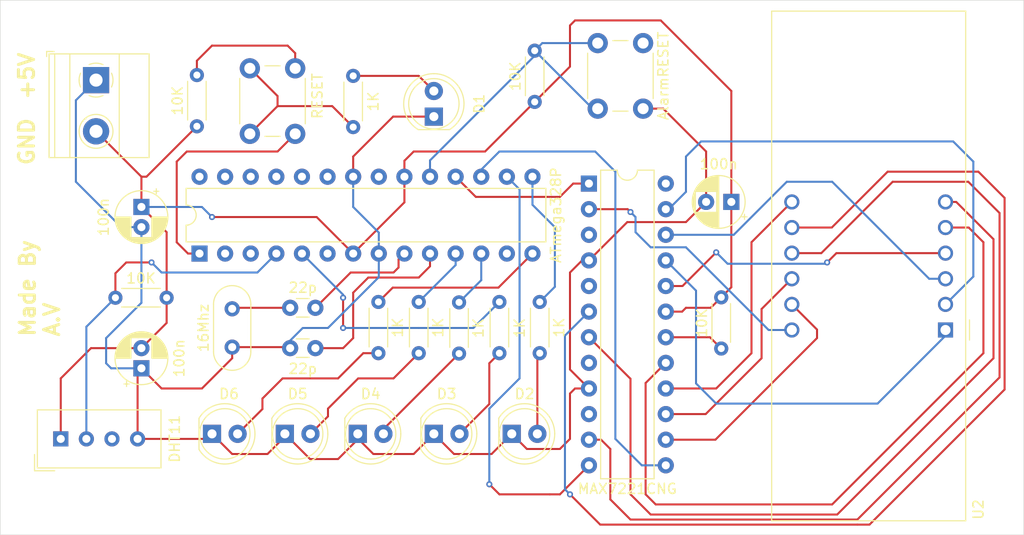
<source format=kicad_pcb>
(kicad_pcb (version 20240108) (generator "pcbnew") (generator_version "8.0")
  (layers (0 "F.Cu" signal) (31 "B.Cu" signal) (34 "B.Paste" user) (35 "F.Paste" user) (36 "B.SilkS" user "B.Silkscreen") (37 "F.SilkS" user "F.Silkscreen") (38 "B.Mask" user) (39 "F.Mask" user) (44 "Edge.Cuts" user))
  (net 0 "")
  (net 2 "Net-(D1-A)")
  (net 7 "RESET")
  (net 11 "Net-(R3-Pad2)")
  (net 15 "GND")
  (net 16 "+5V")
  (net 17 "Net-(U3-ISET)")
  (net 20 "Net-(16Mhz1-Pad2)")
  (net 24 "XTAL2")
  (net 25 "XTAL1")
  (net 26 "LOAD")
  (net 27 "CLK")
  (net 28 "DATA")
  (net 29 "DHT DATA")
  (net 31 "Net-(D2-A)")
  (net 32 "Net-(D3-A)")
  (net 33 "Net-(D4-A)")
  (net 34 "Net-(D5-A)")
  (net 35 "Net-(D6-A)")
  (net 36 "LED1")
  (net 37 "LED2")
  (net 38 "LED3")
  (net 39 "LED4")
  (net 40 "AlarmLED")
  (net 41 "ACK")
  (net 42 "Net-(U2-DPX)")
  (net 43 "Net-(U2-CC3)")
  (net 44 "Net-(U2-a)")
  (net 45 "Net-(U2-CC2)")
  (net 46 "Net-(U2-b)")
  (net 47 "Net-(U2-f)")
  (net 48 "Net-(U2-e)")
  (net 49 "Net-(U2-g)")
  (net 50 "Net-(U2-c)")
  (net 51 "Net-(U2-CC1)")
  (net 52 "Net-(U2-d)")
  (net 53 "Net-(U2-CC4)")
  (footprint "Package_DIP:DIP-28_W7.62mm" (layer "F.Cu") (at 50.26 112.62 90)
    (property "Reference" "U1" (hide yes))
    (property "Value" "ATmega328P" (at 3.81 35.35 90) (layer "F.SilkS"))
    (pad "1" thru_hole rect (at 0 0 90) (size 1.6 1.6) (drill 0.8) (layers "*.Cu" "*.Mask") (net 7 "RESET"))
    (pad "2" thru_hole oval (at 0 2.54 90) (size 1.6 1.6) (drill 0.8) (layers "*.Cu" "*.Mask"))
    (pad "3" thru_hole oval (at 0 5.08 90) (size 1.6 1.6) (drill 0.8) (layers "*.Cu" "*.Mask"))
    (pad "4" thru_hole oval (at 0 7.62 90) (size 1.6 1.6) (drill 0.8) (layers "*.Cu" "*.Mask") (net 29 "DHT DATA"))
    (pad "5" thru_hole oval (at 0 10.16 90) (size 1.6 1.6) (drill 0.8) (layers "*.Cu" "*.Mask") (net 37 "LED2"))
    (pad "6" thru_hole oval (at 0 12.7 90) (size 1.6 1.6) (drill 0.8) (layers "*.Cu" "*.Mask"))
    (pad "7" thru_hole oval (at 0 15.24 90) (size 1.6 1.6) (drill 0.8) (layers "*.Cu" "*.Mask") (net 16 "+5V"))
    (pad "8" thru_hole oval (at 0 17.78 90) (size 1.6 1.6) (drill 0.8) (layers "*.Cu" "*.Mask") (net 15 "GND"))
    (pad "9" thru_hole oval (at 0 20.32 90) (size 1.6 1.6) (drill 0.8) (layers "*.Cu" "*.Mask") (net 25 "XTAL1"))
    (pad "10" thru_hole oval (at 0 22.86 90) (size 1.6 1.6) (drill 0.8) (layers "*.Cu" "*.Mask") (net 24 "XTAL2"))
    (pad "11" thru_hole oval (at 0 25.4 90) (size 1.6 1.6) (drill 0.8) (layers "*.Cu" "*.Mask") (net 39 "LED4"))
    (pad "12" thru_hole oval (at 0 27.94 90) (size 1.6 1.6) (drill 0.8) (layers "*.Cu" "*.Mask") (net 38 "LED3"))
    (pad "13" thru_hole oval (at 0 30.48 90) (size 1.6 1.6) (drill 0.8) (layers "*.Cu" "*.Mask"))
    (pad "14" thru_hole oval (at 0 33.02 90) (size 1.6 1.6) (drill 0.8) (layers "*.Cu" "*.Mask") (net 40 "AlarmLED"))
    (pad "15" thru_hole oval (at 7.62 33.02 90) (size 1.6 1.6) (drill 0.8) (layers "*.Cu" "*.Mask") (net 36 "LED1"))
    (pad "16" thru_hole oval (at 7.62 30.48 90) (size 1.6 1.6) (drill 0.8) (layers "*.Cu" "*.Mask") (net 26 "LOAD"))
    (pad "17" thru_hole oval (at 7.62 27.94 90) (size 1.6 1.6) (drill 0.8) (layers "*.Cu" "*.Mask") (net 27 "CLK"))
    (pad "18" thru_hole oval (at 7.62 25.4 90) (size 1.6 1.6) (drill 0.8) (layers "*.Cu" "*.Mask") (net 28 "DATA"))
    (pad "19" thru_hole oval (at 7.62 22.86 90) (size 1.6 1.6) (drill 0.8) (layers "*.Cu" "*.Mask") (net 41 "ACK"))
    (pad "20" thru_hole oval (at 7.62 20.32 90) (size 1.6 1.6) (drill 0.8) (layers "*.Cu" "*.Mask") (net 16 "+5V"))
    (pad "21" thru_hole oval (at 7.62 17.78 90) (size 1.6 1.6) (drill 0.8) (layers "*.Cu" "*.Mask"))
    (pad "22" thru_hole oval (at 7.62 15.24 90) (size 1.6 1.6) (drill 0.8) (layers "*.Cu" "*.Mask") (net 15 "GND"))
    (pad "23" thru_hole oval (at 7.62 12.7 90) (size 1.6 1.6) (drill 0.8) (layers "*.Cu" "*.Mask"))
    (pad "24" thru_hole oval (at 7.62 10.16 90) (size 1.6 1.6) (drill 0.8) (layers "*.Cu" "*.Mask"))
    (pad "25" thru_hole oval (at 7.62 7.62 90) (size 1.6 1.6) (drill 0.8) (layers "*.Cu" "*.Mask"))
    (pad "26" thru_hole oval (at 7.62 5.08 90) (size 1.6 1.6) (drill 0.8) (layers "*.Cu" "*.Mask"))
    (pad "27" thru_hole oval (at 7.62 2.54 90) (size 1.6 1.6) (drill 0.8) (layers "*.Cu" "*.Mask"))
    (pad "28" thru_hole oval (at 7.62 0 90) (size 1.6 1.6) (drill 0.8) (layers "*.Cu" "*.Mask"))
  )
  (footprint "Button_Switch_THT:SW_PUSH_6mm" (layer "F.Cu") (at 94.25 91.75 -90)
    (property "Reference" "AlarmRESET" (at 3.25 -2 90) (layer "F.SilkS"))
    (property "Value" "SW_Push")
    (pad "1" thru_hole circle (at 0 0) (size 2 2) (drill 1.1) (layers "*.Cu" "*.Mask") (net 15 "GND"))
    (pad "1" thru_hole circle (at 6.5 0) (size 2 2) (drill 1.1) (layers "*.Cu" "*.Mask") (net 15 "GND"))
    (pad "2" thru_hole circle (at 0 4.5) (size 2 2) (drill 1.1) (layers "*.Cu" "*.Mask") (net 41 "ACK"))
    (pad "2" thru_hole circle (at 6.5 4.5) (size 2 2) (drill 1.1) (layers "*.Cu" "*.Mask") (net 41 "ACK"))
  )
  (footprint "LED_THT:LED_D5.0mm_IRGrey" (layer "F.Cu") (at 81.225 130.5)
    (property "Reference" "D2" (at 1.27 -3.96 360) (layer "F.SilkS"))
    (property "Value" "LD271")
    (pad "1" thru_hole rect (at 0 0) (size 1.8 1.8) (drill 0.9) (layers "*.Cu" "*.Mask") (net 15 "GND"))
    (pad "2" thru_hole circle (at 2.54 0) (size 1.8 1.8) (drill 0.9) (layers "*.Cu" "*.Mask") (net 31 "Net-(D2-A)"))
  )
  (footprint "LED_THT:LED_D5.0mm_IRGrey" (layer "F.Cu") (at 73.5 99.04 90)
    (property "Reference" "D1" (at 1.27 4.5 90) (layer "F.SilkS"))
    (property "Value" "LD271" (hide yes))
    (pad "1" thru_hole rect (at 0 0 90) (size 1.8 1.8) (drill 0.9) (layers "*.Cu" "*.Mask") (net 15 "GND"))
    (pad "2" thru_hole circle (at 2.54 0 90) (size 1.8 1.8) (drill 0.9) (layers "*.Cu" "*.Mask") (net 2 "Net-(D1-A)"))
  )
  (footprint "Capacitor_THT:CP_Radial_D5.0mm_P2.50mm" (layer "F.Cu") (at 103 107.5 180)
    (property "Reference" "C5" (hide yes))
    (property "Value" "100n" (at 1.25 3.75 360) (layer "F.SilkS"))
    (pad "1" thru_hole rect (at 0 0 180) (size 1.6 1.6) (drill 0.8) (layers "*.Cu" "*.Mask") (net 16 "+5V"))
    (pad "2" thru_hole circle (at 2.5 0 180) (size 1.6 1.6) (drill 0.8) (layers "*.Cu" "*.Mask") (net 15 "GND"))
  )
  (footprint "Capacitor_THT:C_Disc_D3.0mm_W1.6mm_P2.50mm" (layer "F.Cu") (at 59.25 122)
    (property "Reference" "C1" (hide yes))
    (property "Value" "22p" (at 1.25 2.05 360) (layer "F.SilkS"))
    (pad "1" thru_hole circle (at 0 0) (size 1.6 1.6) (drill 0.8) (layers "*.Cu" "*.Mask") (net 15 "GND"))
    (pad "2" thru_hole circle (at 2.5 0) (size 1.6 1.6) (drill 0.8) (layers "*.Cu" "*.Mask") (net 24 "XTAL2"))
  )
  (footprint "Resistor_THT:R_Axial_DIN0204_L3.6mm_D1.6mm_P5.08mm_Horizontal" (layer "F.Cu") (at 50 94.92 -90)
    (property "Reference" "R2" (hide yes))
    (property "Value" "10K" (at 2.54 1.92 90) (layer "F.SilkS"))
    (pad "1" thru_hole circle (at 0 0 270) (size 1.4 1.4) (drill 0.7) (layers "*.Cu" "*.Mask") (net 7 "RESET"))
    (pad "2" thru_hole oval (at 5.08 0 270) (size 1.4 1.4) (drill 0.7) (layers "*.Cu" "*.Mask") (net 16 "+5V"))
  )
  (footprint "Crystal:Crystal_HC52-U_Vertical" (layer "F.Cu") (at 53.5 121.9 90)
    (property "Reference" "16Mhz" (at 1.9 -2.85 90) (layer "F.SilkS"))
    (property "Value" "16Mhz" (hide yes))
    (pad "1" thru_hole circle (at 0 0 90) (size 1.5 1.5) (drill 0.8) (layers "*.Cu" "*.Mask") (net 15 "GND"))
    (pad "2" thru_hole circle (at 3.8 0 90) (size 1.5 1.5) (drill 0.8) (layers "*.Cu" "*.Mask") (net 20 "Net-(16Mhz1-Pad2)"))
  )
  (footprint "Resistor_THT:R_Axial_DIN0204_L3.6mm_D1.6mm_P5.08mm_Horizontal" (layer "F.Cu") (at 80 122.5 90)
    (property "Reference" "R6" (hide yes))
    (property "Value" "1K" (at 2.5 2 90) (layer "F.SilkS"))
    (pad "1" thru_hole circle (at 0 0 90) (size 1.4 1.4) (drill 0.7) (layers "*.Cu" "*.Mask") (net 32 "Net-(D3-A)"))
    (pad "2" thru_hole oval (at 5.08 0 90) (size 1.4 1.4) (drill 0.7) (layers "*.Cu" "*.Mask") (net 37 "LED2"))
  )
  (footprint "Resistor_THT:R_Axial_DIN0204_L3.6mm_D1.6mm_P5.08mm_Horizontal" (layer "F.Cu") (at 65.5 95 -90)
    (property "Reference" "R3" (hide yes))
    (property "Value" "1K" (at 2.54 -2 90) (layer "F.SilkS"))
    (pad "1" thru_hole circle (at 0 0 270) (size 1.4 1.4) (drill 0.7) (layers "*.Cu" "*.Mask") (net 2 "Net-(D1-A)"))
    (pad "2" thru_hole oval (at 5.08 0 270) (size 1.4 1.4) (drill 0.7) (layers "*.Cu" "*.Mask") (net 11 "Net-(R3-Pad2)"))
  )
  (footprint "Display_7Segment:CA56-12SURKWA" (layer "F.Cu") (at 124.24 120.2 180)
    (property "Reference" "U2" (at -3.26 -17.8 90) (layer "F.SilkS"))
    (property "Value" "CC56-12SURKWA" (hide yes))
    (pad "1" thru_hole rect (at 0 0 180) (size 1.5 1.5) (drill 1) (layers "*.Cu" "*.Mask") (net 48 "Net-(U2-e)"))
    (pad "2" thru_hole circle (at 0 2.54 180) (size 1.5 1.5) (drill 1) (layers "*.Cu" "*.Mask") (net 52 "Net-(U2-d)"))
    (pad "3" thru_hole circle (at 0 5.08 180) (size 1.5 1.5) (drill 1) (layers "*.Cu" "*.Mask") (net 42 "Net-(U2-DPX)"))
    (pad "4" thru_hole circle (at 0 7.62 180) (size 1.5 1.5) (drill 1) (layers "*.Cu" "*.Mask") (net 50 "Net-(U2-c)"))
    (pad "5" thru_hole circle (at 0 10.16 180) (size 1.5 1.5) (drill 1) (layers "*.Cu" "*.Mask") (net 49 "Net-(U2-g)"))
    (pad "6" thru_hole circle (at 0 12.7 180) (size 1.5 1.5) (drill 1) (layers "*.Cu" "*.Mask") (net 53 "Net-(U2-CC4)"))
    (pad "7" thru_hole circle (at 15.24 12.7 180) (size 1.5 1.5) (drill 1) (layers "*.Cu" "*.Mask") (net 46 "Net-(U2-b)"))
    (pad "8" thru_hole circle (at 15.24 10.16 180) (size 1.5 1.5) (drill 1) (layers "*.Cu" "*.Mask") (net 43 "Net-(U2-CC3)"))
    (pad "9" thru_hole circle (at 15.24 7.62 180) (size 1.5 1.5) (drill 1) (layers "*.Cu" "*.Mask") (net 45 "Net-(U2-CC2)"))
    (pad "10" thru_hole circle (at 15.24 5.08 180) (size 1.5 1.5) (drill 1) (layers "*.Cu" "*.Mask") (net 47 "Net-(U2-f)"))
    (pad "11" thru_hole circle (at 15.24 2.54 180) (size 1.5 1.5) (drill 1) (layers "*.Cu" "*.Mask") (net 44 "Net-(U2-a)"))
    (pad "12" thru_hole circle (at 15.24 0 180) (size 1.5 1.5) (drill 1) (layers "*.Cu" "*.Mask") (net 51 "Net-(U2-CC1)"))
  )
  (footprint "LED_THT:LED_D5.0mm_IRGrey" (layer "F.Cu") (at 58.725 130.5)
    (property "Reference" "D5" (at 1.27 -3.96 360) (layer "F.SilkS"))
    (property "Value" "LD271")
    (pad "1" thru_hole rect (at 0 0) (size 1.8 1.8) (drill 0.9) (layers "*.Cu" "*.Mask") (net 15 "GND"))
    (pad "2" thru_hole circle (at 2.54 0) (size 1.8 1.8) (drill 0.9) (layers "*.Cu" "*.Mask") (net 34 "Net-(D5-A)"))
  )
  (footprint "Resistor_THT:R_Axial_DIN0204_L3.6mm_D1.6mm_P5.08mm_Horizontal" (layer "F.Cu") (at 68 122.5 90)
    (property "Reference" "R9" (hide yes))
    (property "Value" "1K" (at 2.54 1.92 90) (layer "F.SilkS"))
    (pad "1" thru_hole circle (at 0 0 90) (size 1.4 1.4) (drill 0.7) (layers "*.Cu" "*.Mask") (net 35 "Net-(D6-A)"))
    (pad "2" thru_hole oval (at 5.08 0 90) (size 1.4 1.4) (drill 0.7) (layers "*.Cu" "*.Mask") (net 40 "AlarmLED"))
  )
  (footprint "LED_THT:LED_D5.0mm_IRGrey" (layer "F.Cu") (at 65.96 130.5)
    (property "Reference" "D4" (at 1.27 -3.96 360) (layer "F.SilkS"))
    (property "Value" "LD271")
    (pad "1" thru_hole rect (at 0 0) (size 1.8 1.8) (drill 0.9) (layers "*.Cu" "*.Mask") (net 15 "GND"))
    (pad "2" thru_hole circle (at 2.54 0) (size 1.8 1.8) (drill 0.9) (layers "*.Cu" "*.Mask") (net 33 "Net-(D4-A)"))
  )
  (footprint "Capacitor_THT:CP_Radial_D5.0mm_P2.00mm" (layer "F.Cu") (at 44.5 124 90)
    (property "Reference" "C3" (hide yes))
    (property "Value" "100n" (at 1 3.75 90) (layer "F.SilkS"))
    (pad "1" thru_hole rect (at 0 0 90) (size 1.6 1.6) (drill 0.8) (layers "*.Cu" "*.Mask") (net 15 "GND"))
    (pad "2" thru_hole circle (at 2 0 90) (size 1.6 1.6) (drill 0.8) (layers "*.Cu" "*.Mask") (net 16 "+5V"))
  )
  (footprint "Capacitor_THT:CP_Radial_D5.0mm_P2.00mm" (layer "F.Cu") (at 44.5 108 -90)
    (property "Reference" "C4" (hide yes))
    (property "Value" "100n" (at 1 3.75 90) (layer "F.SilkS"))
    (pad "1" thru_hole rect (at 0 0 270) (size 1.6 1.6) (drill 0.8) (layers "*.Cu" "*.Mask") (net 16 "+5V"))
    (pad "2" thru_hole circle (at 2 0 270) (size 1.6 1.6) (drill 0.8) (layers "*.Cu" "*.Mask") (net 15 "GND"))
  )
  (footprint "Resistor_THT:R_Axial_DIN0204_L3.6mm_D1.6mm_P5.08mm_Horizontal" (layer "F.Cu") (at 47 117 180)
    (property "Reference" "R4" (hide yes))
    (property "Value" "10K" (at 2.54 1.92 360) (layer "F.SilkS"))
    (pad "1" thru_hole circle (at 0 0 180) (size 1.4 1.4) (drill 0.7) (layers "*.Cu" "*.Mask") (net 16 "+5V"))
    (pad "2" thru_hole oval (at 5.08 0 180) (size 1.4 1.4) (drill 0.7) (layers "*.Cu" "*.Mask") (net 29 "DHT DATA"))
  )
  (footprint "Resistor_THT:R_Axial_DIN0204_L3.6mm_D1.6mm_P5.08mm_Horizontal" (layer "F.Cu") (at 102 116.96 -90)
    (property "Reference" "R1" (hide yes))
    (property "Value" "10K" (at 2.54 1.92 90) (layer "F.SilkS"))
    (pad "1" thru_hole circle (at 0 0 270) (size 1.4 1.4) (drill 0.7) (layers "*.Cu" "*.Mask") (net 16 "+5V"))
    (pad "2" thru_hole oval (at 5.08 0 270) (size 1.4 1.4) (drill 0.7) (layers "*.Cu" "*.Mask") (net 17 "Net-(U3-ISET)"))
  )
  (footprint "Resistor_THT:R_Axial_DIN0204_L3.6mm_D1.6mm_P5.08mm_Horizontal" (layer "F.Cu") (at 72 122.5 90)
    (property "Reference" "R8" (hide yes))
    (property "Value" "1K" (at 2.54 1.92 90) (layer "F.SilkS"))
    (pad "1" thru_hole circle (at 0 0 90) (size 1.4 1.4) (drill 0.7) (layers "*.Cu" "*.Mask") (net 34 "Net-(D5-A)"))
    (pad "2" thru_hole oval (at 5.08 0 90) (size 1.4 1.4) (drill 0.7) (layers "*.Cu" "*.Mask") (net 39 "LED4"))
  )
  (footprint "Sensor:Aosong_DHT11_5.5x12.0_P2.54mm" (layer "F.Cu") (at 36.5 131 90)
    (property "Reference" "U4" (hide yes))
    (property "Value" "DHT11" (at 0 11.3 90) (layer "F.SilkS"))
    (pad "1" thru_hole rect (at 0 0 90) (size 1.5 1.5) (drill 0.8) (layers "*.Cu" "*.Mask") (net 16 "+5V"))
    (pad "2" thru_hole circle (at 0 2.54 90) (size 1.5 1.5) (drill 0.8) (layers "*.Cu" "*.Mask") (net 29 "DHT DATA"))
    (pad "3" thru_hole circle (at 0 5.08 90) (size 1.5 1.5) (drill 0.8) (layers "*.Cu" "*.Mask"))
    (pad "4" thru_hole circle (at 0 7.62 90) (size 1.5 1.5) (drill 0.8) (layers "*.Cu" "*.Mask") (net 15 "GND"))
  )
  (footprint "Resistor_THT:R_Axial_DIN0204_L3.6mm_D1.6mm_P5.08mm_Horizontal" (layer "F.Cu") (at 76 122.54 90)
    (property "Reference" "R7" (hide yes))
    (property "Value" "1K" (at 2.54 1.92 90) (layer "F.SilkS"))
    (pad "1" thru_hole circle (at 0 0 90) (size 1.4 1.4) (drill 0.7) (layers "*.Cu" "*.Mask") (net 33 "Net-(D4-A)"))
    (pad "2" thru_hole oval (at 5.08 0 90) (size 1.4 1.4) (drill 0.7) (layers "*.Cu" "*.Mask") (net 38 "LED3"))
  )
  (footprint "Resistor_THT:R_Axial_DIN0204_L3.6mm_D1.6mm_P5.08mm_Horizontal" (layer "F.Cu") (at 84 122.5 90)
    (property "Reference" "R5" (hide yes))
    (property "Value" "1K" (at 2.54 1.92 90) (layer "F.SilkS"))
    (pad "1" thru_hole circle (at 0 0 90) (size 1.4 1.4) (drill 0.7) (layers "*.Cu" "*.Mask") (net 31 "Net-(D2-A)"))
    (pad "2" thru_hole oval (at 5.08 0 90) (size 1.4 1.4) (drill 0.7) (layers "*.Cu" "*.Mask") (net 36 "LED1"))
  )
  (footprint "TerminalBlock_Phoenix:TerminalBlock_Phoenix_MKDS-1,5-2-5.08_1x02_P5.08mm_Horizontal" (layer "F.Cu") (at 40 95.42 -90)
    (property "Reference" "J1" (hide yes))
    (property "Value" "Screw_Terminal_01x02" (hide yes))
    (pad "1" thru_hole rect (at 0 0 270) (size 2.6 2.6) (drill 1.3) (layers "*.Cu" "*.Mask") (net 15 "GND"))
    (pad "2" thru_hole circle (at 5.08 0 270) (size 2.6 2.6) (drill 1.3) (layers "*.Cu" "*.Mask") (net 16 "+5V"))
  )
  (footprint "LED_THT:LED_D5.0mm_IRGrey" (layer "F.Cu") (at 51.5 130.5)
    (property "Reference" "D6" (at 1.685 -3.96 360) (layer "F.SilkS"))
    (property "Value" "LD271")
    (pad "1" thru_hole rect (at 0 0) (size 1.8 1.8) (drill 0.9) (layers "*.Cu" "*.Mask") (net 15 "GND"))
    (pad "2" thru_hole circle (at 2.54 0) (size 1.8 1.8) (drill 0.9) (layers "*.Cu" "*.Mask") (net 35 "Net-(D6-A)"))
  )
  (footprint "Button_Switch_THT:SW_PUSH_6mm" (layer "F.Cu") (at 55.25 100.75 90)
    (property "Reference" "SW1" (hide yes))
    (property "Value" "RESET" (at 3.75 6.7 90) (layer "F.SilkS"))
    (pad "1" thru_hole circle (at 0 0 180) (size 2 2) (drill 1.1) (layers "*.Cu" "*.Mask") (net 11 "Net-(R3-Pad2)"))
    (pad "1" thru_hole circle (at 6.5 0 180) (size 2 2) (drill 1.1) (layers "*.Cu" "*.Mask") (net 11 "Net-(R3-Pad2)"))
    (pad "2" thru_hole circle (at 0 4.5 180) (size 2 2) (drill 1.1) (layers "*.Cu" "*.Mask") (net 7 "RESET"))
    (pad "2" thru_hole circle (at 6.5 4.5 180) (size 2 2) (drill 1.1) (layers "*.Cu" "*.Mask") (net 7 "RESET"))
  )
  (footprint "Resistor_THT:R_Axial_DIN0204_L3.6mm_D1.6mm_P5.08mm_Horizontal" (layer "F.Cu") (at 83.5 92.5 -90)
    (property "Reference" "R10" (hide yes))
    (property "Value" "10K" (at 2.54 1.92 90) (layer "F.SilkS"))
    (pad "1" thru_hole circle (at 0 0 270) (size 1.4 1.4) (drill 0.7) (layers "*.Cu" "*.Mask") (net 41 "ACK"))
    (pad "2" thru_hole oval (at 5.08 0 270) (size 1.4 1.4) (drill 0.7) (layers "*.Cu" "*.Mask") (net 16 "+5V"))
  )
  (footprint "Package_DIP:DIP-24_W7.62mm" (layer "F.Cu") (at 88.88 105.68)
    (property "Reference" "U3" (hide yes))
    (property "Value" "MAX7221CNG" (at 3.81 30.27 0) (layer "F.SilkS"))
    (pad "1" thru_hole rect (at 0 0) (size 1.6 1.6) (drill 0.8) (layers "*.Cu" "*.Mask") (net 28 "DATA"))
    (pad "2" thru_hole oval (at 0 2.54) (size 1.6 1.6) (drill 0.8) (layers "*.Cu" "*.Mask") (net 51 "Net-(U2-CC1)"))
    (pad "3" thru_hole oval (at 0 5.08) (size 1.6 1.6) (drill 0.8) (layers "*.Cu" "*.Mask"))
    (pad "4" thru_hole oval (at 0 7.62) (size 1.6 1.6) (drill 0.8) (layers "*.Cu" "*.Mask") (net 15 "GND"))
    (pad "5" thru_hole oval (at 0 10.16) (size 1.6 1.6) (drill 0.8) (layers "*.Cu" "*.Mask"))
    (pad "6" thru_hole oval (at 0 12.7) (size 1.6 1.6) (drill 0.8) (layers "*.Cu" "*.Mask") (net 43 "Net-(U2-CC3)"))
    (pad "7" thru_hole oval (at 0 15.24) (size 1.6 1.6) (drill 0.8) (layers "*.Cu" "*.Mask") (net 53 "Net-(U2-CC4)"))
    (pad "8" thru_hole oval (at 0 17.78) (size 1.6 1.6) (drill 0.8) (layers "*.Cu" "*.Mask"))
    (pad "9" thru_hole oval (at 0 20.32) (size 1.6 1.6) (drill 0.8) (layers "*.Cu" "*.Mask") (net 15 "GND"))
    (pad "10" thru_hole oval (at 0 22.86) (size 1.6 1.6) (drill 0.8) (layers "*.Cu" "*.Mask"))
    (pad "11" thru_hole oval (at 0 25.4) (size 1.6 1.6) (drill 0.8) (layers "*.Cu" "*.Mask") (net 45 "Net-(U2-CC2)"))
    (pad "12" thru_hole oval (at 0 27.94) (size 1.6 1.6) (drill 0.8) (layers "*.Cu" "*.Mask") (net 26 "LOAD"))
    (pad "13" thru_hole oval (at 7.62 27.94) (size 1.6 1.6) (drill 0.8) (layers "*.Cu" "*.Mask") (net 27 "CLK"))
    (pad "14" thru_hole oval (at 7.62 25.4) (size 1.6 1.6) (drill 0.8) (layers "*.Cu" "*.Mask") (net 44 "Net-(U2-a)"))
    (pad "15" thru_hole oval (at 7.62 22.86) (size 1.6 1.6) (drill 0.8) (layers "*.Cu" "*.Mask") (net 47 "Net-(U2-f)"))
    (pad "16" thru_hole oval (at 7.62 20.32) (size 1.6 1.6) (drill 0.8) (layers "*.Cu" "*.Mask") (net 46 "Net-(U2-b)"))
    (pad "17" thru_hole oval (at 7.62 17.78) (size 1.6 1.6) (drill 0.8) (layers "*.Cu" "*.Mask") (net 49 "Net-(U2-g)"))
    (pad "18" thru_hole oval (at 7.62 15.24) (size 1.6 1.6) (drill 0.8) (layers "*.Cu" "*.Mask") (net 17 "Net-(U3-ISET)"))
    (pad "19" thru_hole oval (at 7.62 12.7) (size 1.6 1.6) (drill 0.8) (layers "*.Cu" "*.Mask") (net 16 "+5V"))
    (pad "20" thru_hole oval (at 7.62 10.16) (size 1.6 1.6) (drill 0.8) (layers "*.Cu" "*.Mask") (net 50 "Net-(U2-c)"))
    (pad "21" thru_hole oval (at 7.62 7.62) (size 1.6 1.6) (drill 0.8) (layers "*.Cu" "*.Mask") (net 48 "Net-(U2-e)"))
    (pad "22" thru_hole oval (at 7.62 5.08) (size 1.6 1.6) (drill 0.8) (layers "*.Cu" "*.Mask") (net 42 "Net-(U2-DPX)"))
    (pad "23" thru_hole oval (at 7.62 2.54) (size 1.6 1.6) (drill 0.8) (layers "*.Cu" "*.Mask") (net 52 "Net-(U2-d)"))
    (pad "24" thru_hole oval (at 7.62 0) (size 1.6 1.6) (drill 0.8) (layers "*.Cu" "*.Mask"))
  )
  (footprint "LED_THT:LED_D5.0mm_IRGrey" (layer "F.Cu") (at 73.5 130.5)
    (property "Reference" "D3" (at 1.27 -3.96 360) (layer "F.SilkS"))
    (property "Value" "LD271")
    (pad "1" thru_hole rect (at 0 0) (size 1.8 1.8) (drill 0.9) (layers "*.Cu" "*.Mask") (net 15 "GND"))
    (pad "2" thru_hole circle (at 2.54 0) (size 1.8 1.8) (drill 0.9) (layers "*.Cu" "*.Mask") (net 32 "Net-(D3-A)"))
  )
  (footprint "Capacitor_THT:C_Disc_D3.0mm_W1.6mm_P2.50mm" (layer "F.Cu") (at 61.75 118 180)
    (property "Reference" "C2" (hide yes))
    (property "Value" "22p" (at 1.25 2 360) (layer "F.SilkS"))
    (pad "1" thru_hole circle (at 0 0 180) (size 1.6 1.6) (drill 0.8) (layers "*.Cu" "*.Mask") (net 25 "XTAL1"))
    (pad "2" thru_hole circle (at 2.5 0 180) (size 1.6 1.6) (drill 0.8) (layers "*.Cu" "*.Mask") (net 20 "Net-(16Mhz1-Pad2)"))
  )
  (gr_rect (start 30.5 87.5) (end 132 140.5) (stroke (width 0.05)) (fill none) (layer "Edge.Cuts"))
  (gr_text "GND" (at 34 104 90) (layer "F.SilkS") (effects (font (size 1.5 1.5) (thickness 0.3) (bold yes)) (justify left bottom)))
  (gr_text "+5V\n" (at 34 97.5 90) (layer "F.SilkS") (effects (font (size 1.5 1.5) (thickness 0.3) (bold yes)) (justify left bottom)))
  (gr_text "Made By\nA.V\n" (at 36.5 121 90) (layer "F.SilkS") (effects (font (size 1.5 1.5) (thickness 0.3) (bold yes)) (justify left bottom)))
  (segment (start 65.5 95) (end 72 95) (width 0.2) (layer "F.Cu") (net 2))
  (segment (start 72 95) (end 73.5 96.5) (width 0.2) (layer "F.Cu") (net 2))
  (segment (start 58 102.5) (end 59.75 100.75) (width 0.2) (layer "F.Cu") (net 7))
  (segment (start 50.26 112.62) (end 49.12 112.62) (width 0.2) (layer "F.Cu") (net 7))
  (segment (start 59.75 92.75) (end 59.75 94.25) (width 0.2) (layer "F.Cu") (net 7))
  (segment (start 50 93.5) (end 51.5 92) (width 0.2) (layer "F.Cu") (net 7))
  (segment (start 51.5 92) (end 59 92) (width 0.2) (layer "F.Cu") (net 7))
  (segment (start 50 94.92) (end 50 93.5) (width 0.2) (layer "F.Cu") (net 7))
  (segment (start 59 92) (end 59.75 92.75) (width 0.2) (layer "F.Cu") (net 7))
  (segment (start 49.12 112.62) (end 48 111.5) (width 0.2) (layer "F.Cu") (net 7))
  (segment (start 48 103.5) (end 49 102.5) (width 0.2) (layer "F.Cu") (net 7))
  (segment (start 49 102.5) (end 58 102.5) (width 0.2) (layer "F.Cu") (net 7))
  (segment (start 48 111.5) (end 48 103.5) (width 0.2) (layer "F.Cu") (net 7))
  (segment (start 58 98) (end 55.25 100.75) (width 0.2) (layer "F.Cu") (net 11))
  (segment (start 63.42 98) (end 58 98) (width 0.2) (layer "F.Cu") (net 11))
  (segment (start 58 98) (end 58 97) (width 0.2) (layer "F.Cu") (net 11))
  (segment (start 65.5 100.08) (end 63.42 98) (width 0.2) (layer "F.Cu") (net 11))
  (segment (start 58 97) (end 55.25 94.25) (width 0.2) (layer "F.Cu") (net 11))
  (segment (start 92.68 109.5) (end 88.88 113.3) (width 0.2) (layer "F.Cu") (net 15))
  (segment (start 71.5 132.5) (end 67.5 132.5) (width 0.2) (layer "F.Cu") (net 15))
  (segment (start 87 124.12) (end 87 114.5) (width 0.2) (layer "F.Cu") (net 15))
  (segment (start 82.725 132) (end 86 132) (width 0.2) (layer "F.Cu") (net 15))
  (segment (start 44.12 131) (end 44.12 124.38) (width 0.2) (layer "F.Cu") (net 15))
  (segment (start 75.5 132.5) (end 73.5 130.5) (width 0.2) (layer "F.Cu") (net 15))
  (segment (start 50.5 126) (end 46.5 126) (width 0.2) (layer "F.Cu") (net 15))
  (segment (start 67.5 132.5) (end 65.96 130.96) (width 0.2) (layer "F.Cu") (net 15))
  (segment (start 53.5 121.9) (end 59.15 121.9) (width 0.2) (layer "F.Cu") (net 15))
  (segment (start 87.5 126) (end 88.88 126) (width 0.2) (layer "F.Cu") (net 15))
  (segment (start 87 114.5) (end 88.2 113.3) (width 0.2) (layer "F.Cu") (net 15))
  (segment (start 65.5 105) (end 65.5 103) (width 0.2) (layer "F.Cu") (net 15))
  (segment (start 58.725 130.5) (end 58.725 130.775) (width 0.2) (layer "F.Cu") (net 15))
  (segment (start 58.725 130.775) (end 57 132.5) (width 0.2) (layer "F.Cu") (net 15))
  (segment (start 53.5 123) (end 50.5 126) (width 0.2) (layer "F.Cu") (net 15))
  (segment (start 65.96 131.04) (end 64 133) (width 0.2) (layer "F.Cu") (net 15))
  (segment (start 65.96 130.96) (end 65.96 130.5) (width 0.2) (layer "F.Cu") (net 15))
  (segment (start 100.5 107.5) (end 100.5 102.5) (width 0.2) (layer "F.Cu") (net 15))
  (segment (start 87 126.5) (end 87.5 126) (width 0.2) (layer "F.Cu") (net 15))
  (segment (start 81.225 130.5) (end 82.725 132) (width 0.2) (layer "F.Cu") (net 15))
  (segment (start 69.46 99.04) (end 73.5 99.04) (width 0.2) (layer "F.Cu") (net 15))
  (segment (start 44.12 131) (end 51 131) (width 0.2) (layer "F.Cu") (net 15))
  (segment (start 73.5 130.5) (end 71.5 132.5) (width 0.2) (layer "F.Cu") (net 15))
  (segment (start 59.15 121.9) (end 59.25 122) (width 0.2) (layer "F.Cu") (net 15))
  (segment (start 87 131) (end 87 126.5) (width 0.2) (layer "F.Cu") (net 15))
  (segment (start 46.5 126) (end 44.5 124) (width 0.2) (layer "F.Cu") (net 15))
  (segment (start 100.5 107.5) (end 98.5 109.5) (width 0.2) (layer "F.Cu") (net 15))
  (segment (start 88.2 113.3) (end 88.88 113.3) (width 0.2) (layer "F.Cu") (net 15))
  (segment (start 61.225 133) (end 58.725 130.5) (width 0.2) (layer "F.Cu") (net 15))
  (segment (start 53.5 132.5) (end 51.5 130.5) (width 0.2) (layer "F.Cu") (net 15))
  (segment (start 64 133) (end 61.225 133) (width 0.2) (layer "F.Cu") (net 15))
  (segment (start 98.5 109.5) (end 92.68 109.5) (width 0.2) (layer "F.Cu") (net 15))
  (segment (start 65.5 103) (end 69.46 99.04) (width 0.2) (layer "F.Cu") (net 15))
  (segment (start 65.96 130.5) (end 65.96 131.04) (width 0.2) (layer "F.Cu") (net 15))
  (segment (start 53.5 121.9) (end 53.5 123) (width 0.2) (layer "F.Cu") (net 15))
  (segment (start 44.12 124.38) (end 44.5 124) (width 0.2) (layer "F.Cu") (net 15))
  (segment (start 86 132) (end 87 131) (width 0.2) (layer "F.Cu") (net 15))
  (segment (start 88.88 126) (end 87 124.12) (width 0.2) (layer "F.Cu") (net 15))
  (segment (start 57 132.5) (end 53.5 132.5) (width 0.2) (layer "F.Cu") (net 15))
  (segment (start 81.225 130.5) (end 79.225 132.5) (width 0.2) (layer "F.Cu") (net 15))
  (segment (start 96.25 98.25) (end 94.25 98.25) (width 0.2) (layer "F.Cu") (net 15))
  (segment (start 100.5 102.5) (end 96.25 98.25) (width 0.2) (layer "F.Cu") (net 15))
  (segment (start 79.225 132.5) (end 75.5 132.5) (width 0.2) (layer "F.Cu") (net 15))
  (segment (start 51 131) (end 51.5 130.5) (width 0.2) (layer "F.Cu") (net 15))
  (segment (start 63 120) (end 60.5 120) (width 0.2) (layer "B.Cu") (net 15))
  (segment (start 60.5 120) (end 59.25 121.25) (width 0.2) (layer "B.Cu") (net 15))
  (segment (start 41.5 124) (end 44.5 124) (width 0.2) (layer "B.Cu") (net 15))
  (segment (start 44.5 117.5) (end 41 121) (width 0.2) (layer "B.Cu") (net 15))
  (segment (start 59.25 121.25) (end 59.25 122) (width 0.2) (layer "B.Cu") (net 15))
  (segment (start 42.5 110) (end 44.5 110) (width 0.2) (layer "B.Cu") (net 15))
  (segment (start 65.5 108) (end 68.04 110.54) (width 0.2) (layer "B.Cu") (net 15))
  (segment (start 41 121) (end 41 123.5) (width 0.2) (layer "B.Cu") (net 15))
  (segment (start 65.5 105) (end 65.5 108) (width 0.2) (layer "B.Cu") (net 15))
  (segment (start 68.04 114.96) (end 63 120) (width 0.2) (layer "B.Cu") (net 15))
  (segment (start 41 123.5) (end 41.5 124) (width 0.2) (layer "B.Cu") (net 15))
  (segment (start 44.5 110) (end 44.5 117.5) (width 0.2) (layer "B.Cu") (net 15))
  (segment (start 68.04 112.62) (end 68.04 114.96) (width 0.2) (layer "B.Cu") (net 15))
  (segment (start 38 97.42) (end 38 105.5) (width 0.2) (layer "B.Cu") (net 15))
  (segment (start 38 105.5) (end 42.5 110) (width 0.2) (layer "B.Cu") (net 15))
  (segment (start 40 95.42) (end 38 97.42) (width 0.2) (layer "B.Cu") (net 15))
  (segment (start 68.04 110.54) (end 68.04 112.62) (width 0.2) (layer "B.Cu") (net 15))
  (segment (start 47 119.5) (end 44.5 122) (width 0.2) (layer "F.Cu") (net 16))
  (segment (start 47 117) (end 47 110.5) (width 0.2) (layer "F.Cu") (net 16))
  (segment (start 70.58 105) (end 70.58 107.54) (width 0.2) (layer "F.Cu") (net 16))
  (segment (start 87 90) (end 87 94.08) (width 0.2) (layer "F.Cu") (net 16))
  (segment (start 83.5 97.58) (end 78.58 102.5) (width 0.2) (layer "F.Cu") (net 16))
  (segment (start 103 107.5) (end 103 96.5) (width 0.2) (layer "F.Cu") (net 16))
  (segment (start 71.5 102.5) (end 70.58 103.42) (width 0.2) (layer "F.Cu") (net 16))
  (segment (start 44.5 105) (end 44.5 108) (width 0.2) (layer "F.Cu") (net 16))
  (segment (start 98.5 118) (end 98.12 118.38) (width 0.2) (layer "F.Cu") (net 16))
  (segment (start 78.58 102.5) (end 71.5 102.5) (width 0.2) (layer "F.Cu") (net 16))
  (segment (start 61.88 109) (end 51.5 109) (width 0.2) (layer "F.Cu") (net 16))
  (segment (start 36.5 131) (end 36.5 125) (width 0.2) (layer "F.Cu") (net 16))
  (segment (start 45 105) (end 50 100) (width 0.2) (layer "F.Cu") (net 16))
  (segment (start 96 89.5) (end 87.5 89.5) (width 0.2) (layer "F.Cu") (net 16))
  (segment (start 39.5 122) (end 44.5 122) (width 0.2) (layer "F.Cu") (net 16))
  (segment (start 103 115.96) (end 103 107.5) (width 0.2) (layer "F.Cu") (net 16))
  (segment (start 98.12 118.38) (end 96.5 118.38) (width 0.2) (layer "F.Cu") (net 16))
  (segment (start 102 116.96) (end 100.96 118) (width 0.2) (layer "F.Cu") (net 16))
  (segment (start 40 100.5) (end 44.5 105) (width 0.2) (layer "F.Cu") (net 16))
  (segment (start 100.96 118) (end 98.5 118) (width 0.2) (layer "F.Cu") (net 16))
  (segment (start 47 117) (end 47 119.5) (width 0.2) (layer "F.Cu") (net 16))
  (segment (start 87 94.08) (end 83.5 97.58) (width 0.2) (layer "F.Cu") (net 16))
  (segment (start 65.5 112.62) (end 61.88 109) (width 0.2) (layer "F.Cu") (net 16))
  (segment (start 87.5 89.5) (end 87 90) (width 0.2) (layer "F.Cu") (net 16))
  (segment (start 47 110.5) (end 44.5 108) (width 0.2) (layer "F.Cu") (net 16))
  (segment (start 103 96.5) (end 96 89.5) (width 0.2) (layer "F.Cu") (net 16))
  (segment (start 44.5 105) (end 45 105) (width 0.2) (layer "F.Cu") (net 16))
  (segment (start 36.5 125) (end 39.5 122) (width 0.2) (layer "F.Cu") (net 16))
  (segment (start 70.58 107.54) (end 65.5 112.62) (width 0.2) (layer "F.Cu") (net 16))
  (segment (start 102 116.96) (end 103 115.96) (width 0.2) (layer "F.Cu") (net 16))
  (segment (start 70.58 103.42) (end 70.58 105) (width 0.2) (layer "F.Cu") (net 16))
  (via (at 51.5 109) (size 0.6) (drill 0.3) (layers "F.Cu" "B.Cu") (net 16))
  (segment (start 50.5 108) (end 44.5 108) (width 0.2) (layer "B.Cu") (net 16))
  (segment (start 51.5 109) (end 50.5 108) (width 0.2) (layer "B.Cu") (net 16))
  (segment (start 102 122.04) (end 100.88 120.92) (width 0.2) (layer "F.Cu") (net 17))
  (segment (start 100.88 120.92) (end 96.5 120.92) (width 0.2) (layer "F.Cu") (net 17))
  (segment (start 53.6 118) (end 53.5 118.1) (width 0.2) (layer "F.Cu") (net 20))
  (segment (start 59.25 118) (end 53.6 118) (width 0.2) (layer "F.Cu") (net 20))
  (segment (start 73.12 113.88) (end 73.12 112.62) (width 0.2) (layer "F.Cu") (net 24))
  (segment (start 65.5 116.5) (end 67 115) (width 0.2) (layer "F.Cu") (net 24))
  (segment (start 61.75 122) (end 64.5 122) (width 0.2) (layer "F.Cu") (net 24))
  (segment (start 67 115) (end 72 115) (width 0.2) (layer "F.Cu") (net 24))
  (segment (start 72 115) (end 73.12 113.88) (width 0.2) (layer "F.Cu") (net 24))
  (segment (start 65.5 121) (end 65.5 116.5) (width 0.2) (layer "F.Cu") (net 24))
  (segment (start 64.5 122) (end 65.5 121) (width 0.2) (layer "F.Cu") (net 24))
  (segment (start 70 113.2) (end 70.58 112.62) (width 0.2) (layer "F.Cu") (net 25))
  (segment (start 61.75 118) (end 65.25 114.5) (width 0.2) (layer "F.Cu") (net 25))
  (segment (start 70 114) (end 70 113.2) (width 0.2) (layer "F.Cu") (net 25))
  (segment (start 65.25 114.5) (end 69.5 114.5) (width 0.2) (layer "F.Cu") (net 25))
  (segment (start 69.5 114.5) (end 70 114) (width 0.2) (layer "F.Cu") (net 25))
  (segment (start 85 136.5) (end 80 136.5) (width 0.2) (layer "F.Cu") (net 26))
  (segment (start 88.88 133.62) (end 86 136.5) (width 0.2) (layer "F.Cu") (net 26))
  (segment (start 80 136.5) (end 79 135.5) (width 0.2) (layer "F.Cu") (net 26))
  (segment (start 88.88 133.62) (end 88.62 133.62) (width 0.2) (layer "F.Cu") (net 26))
  (segment (start 88.62 133.62) (end 88.5 133.5) (width 0.2) (layer "F.Cu") (net 26))
  (segment (start 86 136.5) (end 85 136.5) (width 0.2) (layer "F.Cu") (net 26))
  (via (at 79 135.5) (size 0.6) (drill 0.3) (layers "F.Cu" "B.Cu") (net 26))
  (segment (start 82 106.26) (end 80.74 105) (width 0.2) (layer "B.Cu") (net 26))
  (segment (start 79 135.5) (end 79 128) (width 0.2) (layer "B.Cu") (net 26))
  (segment (start 82 125) (end 82 106.26) (width 0.2) (layer "B.Cu") (net 26))
  (segment (start 79 128) (end 82 125) (width 0.2) (layer "B.Cu") (net 26))
  (segment (start 91.5 131) (end 91.5 104.5) (width 0.2) (layer "B.Cu") (net 27))
  (segment (start 80 102.5) (end 78.2 104.3) (width 0.2) (layer "B.Cu") (net 27))
  (segment (start 78.2 104.3) (end 78.2 105) (width 0.2) (layer "B.Cu") (net 27))
  (segment (start 96.5 133.62) (end 94.12 133.62) (width 0.2) (layer "B.Cu") (net 27))
  (segment (start 91.5 104.5) (end 89.5 102.5) (width 0.2) (layer "B.Cu") (net 27))
  (segment (start 89.5 102.5) (end 80 102.5) (width 0.2) (layer "B.Cu") (net 27))
  (segment (start 94.12 133.62) (end 91.5 131) (width 0.2) (layer "B.Cu") (net 27))
  (segment (start 87.32 105.68) (end 86 107) (width 0.2) (layer "F.Cu") (net 28))
  (segment (start 88.88 105.68) (end 87.32 105.68) (width 0.2) (layer "F.Cu") (net 28))
  (segment (start 86 107) (end 77.66 107) (width 0.2) (layer "F.Cu") (net 28))
  (segment (start 77.66 107) (end 75.66 105) (width 0.2) (layer "F.Cu") (net 28))
  (segment (start 41.92 117) (end 41.92 114.58) (width 0.2) (layer "F.Cu") (net 29))
  (segment (start 43 113.5) (end 45.5 113.5) (width 0.2) (layer "F.Cu") (net 29))
  (segment (start 41.92 114.58) (end 43 113.5) (width 0.2) (layer "F.Cu") (net 29))
  (via (at 45.5 113.5) (size 0.6) (drill 0.3) (layers "F.Cu" "B.Cu") (net 29))
  (segment (start 39.04 131) (end 39.04 119.88) (width 0.2) (layer "B.Cu") (net 29))
  (segment (start 46.5 114.5) (end 56 114.5) (width 0.2) (layer "B.Cu") (net 29))
  (segment (start 39.04 119.88) (end 41.92 117) (width 0.2) (layer "B.Cu") (net 29))
  (segment (start 56 114.5) (end 57.88 112.62) (width 0.2) (layer "B.Cu") (net 29))
  (segment (start 45.5 113.5) (end 46.5 114.5) (width 0.2) (layer "B.Cu") (net 29))
  (segment (start 83.765 130.5) (end 83.765 122.735) (width 0.2) (layer "F.Cu") (net 31))
  (segment (start 83.765 122.735) (end 84 122.5) (width 0.2) (layer "F.Cu") (net 31))
  (segment (start 76.04 130.5) (end 79 127.54) (width 0.2) (layer "F.Cu") (net 32))
  (segment (start 79 123.5) (end 80 122.5) (width 0.2) (layer "F.Cu") (net 32))
  (segment (start 79 127.54) (end 79 123.5) (width 0.2) (layer "F.Cu") (net 32))
  (segment (start 76 122.54) (end 68.5 130.04) (width 0.2) (layer "F.Cu") (net 33))
  (segment (start 68.5 130.04) (end 68.5 130.5) (width 0.2) (layer "F.Cu") (net 33))
  (segment (start 63 128) (end 63 128.765) (width 0.2) (layer "F.Cu") (net 34))
  (segment (start 69.5 125) (end 66 125) (width 0.2) (layer "F.Cu") (net 34))
  (segment (start 63 128.765) (end 61.265 130.5) (width 0.2) (layer "F.Cu") (net 34))
  (segment (start 66 125) (end 63 128) (width 0.2) (layer "F.Cu") (net 34))
  (segment (start 72 122.5) (end 69.5 125) (width 0.2) (layer "F.Cu") (net 34))
  (segment (start 56.5 127) (end 56.5 128.04) (width 0.2) (layer "F.Cu") (net 35))
  (segment (start 58.5 125) (end 56.5 127) (width 0.2) (layer "F.Cu") (net 35))
  (segment (start 64 125) (end 58.5 125) (width 0.2) (layer "F.Cu") (net 35))
  (segment (start 66.5 122.5) (end 64 125) (width 0.2) (layer "F.Cu") (net 35))
  (segment (start 68 122.5) (end 66.5 122.5) (width 0.2) (layer "F.Cu") (net 35))
  (segment (start 56.5 128.04) (end 54.04 130.5) (width 0.2) (layer "F.Cu") (net 35))
  (segment (start 85.5 110) (end 85.5 115.92) (width 0.2) (layer "B.Cu") (net 36))
  (segment (start 85.5 115.92) (end 84 117.42) (width 0.2) (layer "B.Cu") (net 36))
  (segment (start 83.28 105) (end 83.28 107.78) (width 0.2) (layer "B.Cu") (net 36))
  (segment (start 83.28 107.78) (end 85.5 110) (width 0.2) (layer "B.Cu") (net 36))
  (segment (start 64.5 120) (end 64.5 117) (width 0.2) (layer "F.Cu") (net 37))
  (via (at 64.5 117) (size 0.6) (drill 0.3) (layers "F.Cu" "B.Cu") (net 37))
  (via (at 64.5 120) (size 0.6) (drill 0.3) (layers "F.Cu" "B.Cu") (net 37))
  (segment (start 80 117.42) (end 77.42 120) (width 0.2) (layer "B.Cu") (net 37))
  (segment (start 64.5 117) (end 64.5 116.7) (width 0.2) (layer "B.Cu") (net 37))
  (segment (start 77.42 120) (end 72 120) (width 0.2) (layer "B.Cu") (net 37))
  (segment (start 64.5 116.7) (end 60.42 112.62) (width 0.2) (layer "B.Cu") (net 37))
  (segment (start 72 120) (end 64.5 120) (width 0.2) (layer "B.Cu") (net 37))
  (segment (start 78.2 115.26) (end 76 117.46) (width 0.2) (layer "B.Cu") (net 38))
  (segment (start 78.2 112.62) (end 78.2 115.26) (width 0.2) (layer "B.Cu") (net 38))
  (segment (start 75.66 113.76) (end 72 117.42) (width 0.2) (layer "B.Cu") (net 39))
  (segment (start 75.66 112.62) (end 75.66 113.76) (width 0.2) (layer "B.Cu") (net 39))
  (segment (start 83.28 112.62) (end 79.9 116) (width 0.2) (layer "F.Cu") (net 40))
  (segment (start 69.42 116) (end 68 117.42) (width 0.2) (layer "F.Cu") (net 40))
  (segment (start 79.9 116) (end 69.42 116) (width 0.2) (layer "F.Cu") (net 40))
  (segment (start 83.5 92.5) (end 83.5 93) (width 0.2) (layer "B.Cu") (net 41))
  (segment (start 73.12 103.38) (end 73.12 105) (width 0.2) (layer "B.Cu") (net 41))
  (segment (start 83.5 92.5) (end 89.25 98.25) (width 0.2) (layer "B.Cu") (net 41))
  (segment (start 89.25 98.25) (end 89.75 98.25) (width 0.2) (layer "B.Cu") (net 41))
  (segment (start 89.75 91.75) (end 84.25 91.75) (width 0.2) (layer "B.Cu") (net 41))
  (segment (start 83.5 93) (end 73.12 103.38) (width 0.2) (layer "B.Cu") (net 41))
  (segment (start 84.25 91.75) (end 83.5 92.5) (width 0.2) (layer "B.Cu") (net 41))
  (segment (start 113 105.5) (end 108.5 105.5) (width 0.2) (layer "B.Cu") (net 42))
  (segment (start 103.24 110.76) (end 96.5 110.76) (width 0.2) (layer "B.Cu") (net 42))
  (segment (start 122.62 115.12) (end 113 105.5) (width 0.2) (layer "B.Cu") (net 42))
  (segment (start 108.5 105.5) (end 103.24 110.76) (width 0.2) (layer "B.Cu") (net 42))
  (segment (start 124.24 115.12) (end 122.62 115.12) (width 0.2) (layer "B.Cu") (net 42))
  (segment (start 115.5 139.5) (end 90 139.5) (width 0.2) (layer "F.Cu") (net 43))
  (segment (start 116.7 139.5) (end 115.5 139.5) (width 0.2) (layer "F.Cu") (net 43))
  (segment (start 117.5 105.5) (end 118.5 104.5) (width 0.2) (layer "F.Cu") (net 43))
  (segment (start 109 110.04) (end 112.96 110.04) (width 0.2) (layer "F.Cu") (net 43))
  (segment (start 130.1 107.1) (end 130.1 126.1) (width 0.2) (layer "F.Cu") (net 43))
  (segment (start 127.5 104.5) (end 130.1 107.1) (width 0.2) (layer "F.Cu") (net 43))
  (segment (start 118.5 104.5) (end 127.5 104.5) (width 0.2) (layer "F.Cu") (net 43))
  (segment (start 112.96 110.04) (end 117.5 105.5) (width 0.2) (layer "F.Cu") (net 43))
  (segment (start 90 139.5) (end 87 136.5) (width 0.2) (layer "F.Cu") (net 43))
  (segment (start 130.1 126.1) (end 116.7 139.5) (width 0.2) (layer "F.Cu") (net 43))
  (via (at 87 136.5) (size 0.6) (drill 0.3) (layers "F.Cu" "B.Cu") (net 43))
  (segment (start 86.5 120.76) (end 88.88 118.38) (width 0.2) (layer "B.Cu") (net 43))
  (segment (start 86.5 136) (end 86.5 120.76) (width 0.2) (layer "B.Cu") (net 43))
  (segment (start 87 136.5) (end 86.5 136) (width 0.2) (layer "B.Cu") (net 43))
  (segment (start 101.42 131.08) (end 111.5 121) (width 0.2) (layer "F.Cu") (net 44))
  (segment (start 96.5 131.08) (end 101.42 131.08) (width 0.2) (layer "F.Cu") (net 44))
  (segment (start 111.5 120.16) (end 109 117.66) (width 0.2) (layer "F.Cu") (net 44))
  (segment (start 111.5 121) (end 111.5 120.16) (width 0.2) (layer "F.Cu") (net 44))
  (segment (start 119 105.5) (end 126.5 105.5) (width 0.2) (layer "F.Cu") (net 45))
  (segment (start 126.5 105.5) (end 129.6 108.6) (width 0.2) (layer "F.Cu") (net 45))
  (segment (start 129.6 108.6) (end 129.6 124.9) (width 0.2) (layer "F.Cu") (net 45))
  (segment (start 111.92 112.58) (end 119 105.5) (width 0.2) (layer "F.Cu") (net 45))
  (segment (start 109 112.58) (end 111.92 112.58) (width 0.2) (layer "F.Cu") (net 45))
  (segment (start 129.6 124.9) (end 115.5 139) (width 0.2) (layer "F.Cu") (net 45))
  (segment (start 93 139) (end 91 137) (width 0.2) (layer "F.Cu") (net 45))
  (segment (start 91 137) (end 91 132) (width 0.2) (layer "F.Cu") (net 45))
  (segment (start 115.5 139) (end 93 139) (width 0.2) (layer "F.Cu") (net 45))
  (segment (start 91 132) (end 90.08 131.08) (width 0.2) (layer "F.Cu") (net 45))
  (segment (start 90.08 131.08) (end 88.88 131.08) (width 0.2) (layer "F.Cu") (net 45))
  (segment (start 101.5 126) (end 105 122.5) (width 0.2) (layer "F.Cu") (net 46))
  (segment (start 105 122.5) (end 105 111.5) (width 0.2) (layer "F.Cu") (net 46))
  (segment (start 105 111.5) (end 109 107.5) (width 0.2) (layer "F.Cu") (net 46))
  (segment (start 96.5 126) (end 101.5 126) (width 0.2) (layer "F.Cu") (net 46))
  (segment (start 106 123) (end 106 118.12) (width 0.2) (layer "F.Cu") (net 47))
  (segment (start 100.46 128.54) (end 106 123) (width 0.2) (layer "F.Cu") (net 47))
  (segment (start 96.5 128.54) (end 100.46 128.54) (width 0.2) (layer "F.Cu") (net 47))
  (segment (start 106 118.12) (end 109 115.12) (width 0.2) (layer "F.Cu") (net 47))
  (segment (start 117.5 127.5) (end 101.5 127.5) (width 0.2) (layer "B.Cu") (net 48))
  (segment (start 124.24 120.76) (end 117.5 127.5) (width 0.2) (layer "B.Cu") (net 48))
  (segment (start 99.5 116.3) (end 96.5 113.3) (width 0.2) (layer "B.Cu") (net 48))
  (segment (start 99.5 125.5) (end 99.5 116.3) (width 0.2) (layer "B.Cu") (net 48))
  (segment (start 124.24 120.2) (end 124.24 120.76) (width 0.2) (layer "B.Cu") (net 48))
  (segment (start 101.5 127.5) (end 99.5 125.5) (width 0.2) (layer "B.Cu") (net 48))
  (segment (start 95.5 137.5) (end 113 137.5) (width 0.2) (layer "F.Cu") (net 49))
  (segment (start 128 111.5) (end 126.54 110.04) (width 0.2) (layer "F.Cu") (net 49))
  (segment (start 94.5 136.5) (end 95.5 137.5) (width 0.2) (layer "F.Cu") (net 49))
  (segment (start 96.5 123.46) (end 94.5 125.46) (width 0.2) (layer "F.Cu") (net 49))
  (segment (start 128 122.5) (end 128 111.5) (width 0.2) (layer "F.Cu") (net 49))
  (segment (start 94.5 125.46) (end 94.5 136.5) (width 0.2) (layer "F.Cu") (net 49))
  (segment (start 126.54 110.04) (end 124.24 110.04) (width 0.2) (layer "F.Cu") (net 49))
  (segment (start 113 137.5) (end 128 122.5) (width 0.2) (layer "F.Cu") (net 49))
  (segment (start 113.42 112.58) (end 112.5 113.5) (width 0.2) (layer "F.Cu") (net 50))
  (segment (start 98.16 115.84) (end 96.5 115.84) (width 0.2) (layer "F.Cu") (net 50))
  (segment (start 124.24 112.58) (end 113.42 112.58) (width 0.2) (layer "F.Cu") (net 50))
  (segment (start 101.5 112.5) (end 98.16 115.84) (width 0.2) (layer "F.Cu") (net 50))
  (via (at 112.5 113.5) (size 0.6) (drill 0.3) (layers "F.Cu" "B.Cu") (net 50))
  (via (at 101.5 112.5) (size 0.6) (drill 0.3) (layers "F.Cu" "B.Cu") (net 50))
  (segment (start 112.37 113.63) (end 102.63 113.63) (width 0.2) (layer "B.Cu") (net 50))
  (segment (start 112.5 113.5) (end 112.37 113.63) (width 0.2) (layer "B.Cu") (net 50))
  (segment (start 102.63 113.63) (end 101.5 112.5) (width 0.2) (layer "B.Cu") (net 50))
  (segment (start 88.88 108.22) (end 92.72 108.22) (width 0.2) (layer "F.Cu") (net 51))
  (segment (start 92.72 108.22) (end 93 108.5) (width 0.2) (layer "F.Cu") (net 51))
  (via (at 93 108.5) (size 0.6) (drill 0.3) (layers "F.Cu" "B.Cu") (net 51))
  (segment (start 106.7 120.2) (end 109 120.2) (width 0.2) (layer "B.Cu") (net 51))
  (segment (start 93.5 109) (end 93.5 110.5) (width 0.2) (layer "B.Cu") (net 51))
  (segment (start 93.5 110.5) (end 95 112) (width 0.2) (layer "B.Cu") (net 51))
  (segment (start 95 112) (end 98.5 112) (width 0.2) (layer "B.Cu") (net 51))
  (segment (start 93 108.5) (end 93.5 109) (width 0.2) (layer "B.Cu") (net 51))
  (segment (start 98.5 112) (end 106.7 120.2) (width 0.2) (layer "B.Cu") (net 51))
  (segment (start 125 101.5) (end 100 101.5) (width 0.2) (layer "B.Cu") (net 52))
  (segment (start 100 101.5) (end 98.5 103) (width 0.2) (layer "B.Cu") (net 52))
  (segment (start 127 114.9) (end 127 103.5) (width 0.2) (layer "B.Cu") (net 52))
  (segment (start 127 103.5) (end 125 101.5) (width 0.2) (layer "B.Cu") (net 52))
  (segment (start 96.78 108.22) (end 96.5 108.22) (width 0.2) (layer "B.Cu") (net 52))
  (segment (start 98.5 103) (end 98.5 106.5) (width 0.2) (layer "B.Cu") (net 52))
  (segment (start 124.24 117.66) (end 127 114.9) (width 0.2) (layer "B.Cu") (net 52))
  (segment (start 98.5 106.5) (end 96.78 108.22) (width 0.2) (layer "B.Cu") (net 52))
  (segment (start 124.24 107.5) (end 125.30066 107.5) (width 0.2) (layer "F.Cu") (net 53))
  (segment (start 93 125.04) (end 88.88 120.92) (width 0.2) (layer "F.Cu") (net 53))
  (segment (start 113.5 138.5) (end 95 138.5) (width 0.2) (layer "F.Cu") (net 53))
  (segment (start 129 111.19934) (end 129 123) (width 0.2) (layer "F.Cu") (net 53))
  (segment (start 95 138.5) (end 93 136.5) (width 0.2) (layer "F.Cu") (net 53))
  (segment (start 125.30066 107.5) (end 129 111.19934) (width 0.2) (layer "F.Cu") (net 53))
  (segment (start 93 136.5) (end 93 125.04) (width 0.2) (layer "F.Cu") (net 53))
  (segment (start 129 123) (end 113.5 138.5) (width 0.2) (layer "F.Cu") (net 53))
)
</source>
